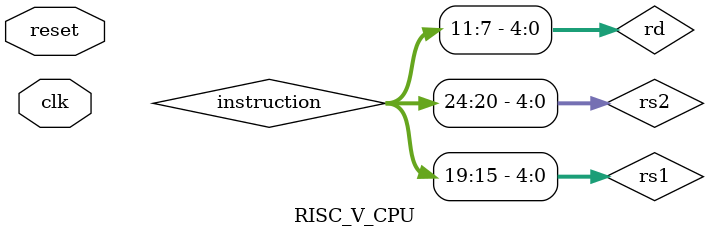
<source format=v>
module RISC_V_CPU (
    input clk, reset
);
    reg [63:0] pc;
    reg [63:0] registers [0:31]; // 32 個 64-bit 寄存器
    wire [63:0] instruction, read_data1, read_data2, alu_result, mem_data;
    wire [3:0] alu_ctrl;

    // **IF 階段**
    Cache instruction_cache (
        .clk(clk),
        .address(pc),
        .mem_read(1'b1),
        .mem_write(1'b0),
        .read_data(instruction)
    );

    // **ID 階段**
    wire [4:0] rs1 = instruction[19:15];
    wire [4:0] rs2 = instruction[24:20];
    wire [4:0] rd = instruction[11:7];
    assign read_data1 = registers[rs1];
    assign read_data2 = registers[rs2];

    // **EX 階段**
    ALU alu_unit (
        .opA(read_data1),
        .opB(read_data2),
        .alu_ctrl(alu_ctrl),
        .result(alu_result)
    );

    // **MEM 階段**
    Cache data_cache (
        .clk(clk),
        .address(alu_result),
        .write_data(read_data2),
        .mem_read(1'b1),
        .mem_write(1'b0),
        .read_data(mem_data)
    );

    // **WB 階段**
    always @(posedge clk) begin
        if (rd != 0) registers[rd] <= mem_data;
    end

    // **PC 更新**
    always @(posedge clk or posedge reset) begin
        if (reset) pc <= 0;
        else pc <= pc + 4; // 預設 PC += 4
    end

endmodule

</source>
